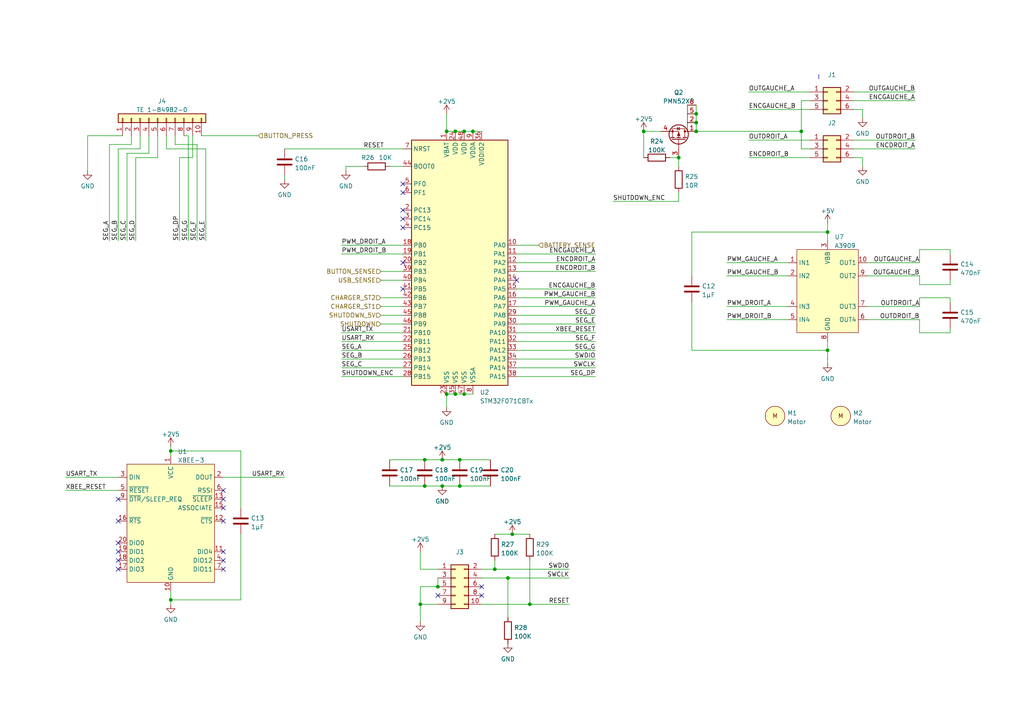
<source format=kicad_sch>
(kicad_sch (version 20211123) (generator eeschema)
  (paper "A4")
  (title_block (title "CPU + Com + Motors") (date "2022-06-08") (rev "1.0") (company "INSA - GEI"))
  (lib_symbols
    (symbol "Connector_Generic:Conn_01x10" (pin_names (offset 1.016) hide)
      (property "Reference" "J" (at 0 12.7 0))
      (property "Value" "Conn_01x10" (at 0 -15.24 0))
      (symbol "Conn_01x10_1_1"
        (rectangle (start -1.27 -12.573) (end 0 -12.827) (stroke (width 0.1524)))
        (rectangle (start -1.27 -10.033) (end 0 -10.287) (stroke (width 0.1524)))
        (rectangle (start -1.27 -7.493) (end 0 -7.747) (stroke (width 0.1524)))
        (rectangle (start -1.27 -4.953) (end 0 -5.207) (stroke (width 0.1524)))
        (rectangle (start -1.27 -2.413) (end 0 -2.667) (stroke (width 0.1524)))
        (rectangle (start -1.27 0.127) (end 0 -0.127) (stroke (width 0.1524)))
        (rectangle (start -1.27 2.667) (end 0 2.413) (stroke (width 0.1524)))
        (rectangle (start -1.27 5.207) (end 0 4.953) (stroke (width 0.1524)))
        (rectangle (start -1.27 7.747) (end 0 7.493) (stroke (width 0.1524)))
        (rectangle (start -1.27 10.287) (end 0 10.033) (stroke (width 0.1524)))
        (rectangle (start -1.27 11.43) (end 1.27 -13.97) (stroke (width 0.254)) (fill (type background)))
        (pin passive line (at -5.08 10.16 0) (length 3.81) (name "Pin_1") (number "1"))
        (pin passive line (at -5.08 -12.7 0) (length 3.81) (name "Pin_10") (number "10"))
        (pin passive line (at -5.08 7.62 0) (length 3.81) (name "Pin_2") (number "2"))
        (pin passive line (at -5.08 5.08 0) (length 3.81) (name "Pin_3") (number "3"))
        (pin passive line (at -5.08 2.54 0) (length 3.81) (name "Pin_4") (number "4"))
        (pin passive line (at -5.08 0 0) (length 3.81) (name "Pin_5") (number "5"))
        (pin passive line (at -5.08 -2.54 0) (length 3.81) (name "Pin_6") (number "6"))
        (pin passive line (at -5.08 -5.08 0) (length 3.81) (name "Pin_7") (number "7"))
        (pin passive line (at -5.08 -7.62 0) (length 3.81) (name "Pin_8") (number "8"))
        (pin passive line (at -5.08 -10.16 0) (length 3.81) (name "Pin_9") (number "9"))
      )
    )
    (symbol "Connector_Generic:Conn_02x03_Odd_Even" (pin_names (offset 1.016) hide)
      (property "Reference" "J" (at 1.27 5.08 0))
      (property "Value" "Conn_02x03_Odd_Even" (at 1.27 -5.08 0))
      (symbol "Conn_02x03_Odd_Even_1_1"
        (rectangle (start -1.27 -2.413) (end 0 -2.667) (stroke (width 0.1524)))
        (rectangle (start -1.27 0.127) (end 0 -0.127) (stroke (width 0.1524)))
        (rectangle (start -1.27 2.667) (end 0 2.413) (stroke (width 0.1524)))
        (rectangle (start -1.27 3.81) (end 3.81 -3.81) (stroke (width 0.254)) (fill (type background)))
        (rectangle (start 3.81 -2.413) (end 2.54 -2.667) (stroke (width 0.1524)))
        (rectangle (start 3.81 0.127) (end 2.54 -0.127) (stroke (width 0.1524)))
        (rectangle (start 3.81 2.667) (end 2.54 2.413) (stroke (width 0.1524)))
        (pin passive line (at -5.08 2.54 0) (length 3.81) (name "Pin_1") (number "1"))
        (pin passive line (at 7.62 2.54 180) (length 3.81) (name "Pin_2") (number "2"))
        (pin passive line (at -5.08 0 0) (length 3.81) (name "Pin_3") (number "3"))
        (pin passive line (at 7.62 0 180) (length 3.81) (name "Pin_4") (number "4"))
        (pin passive line (at -5.08 -2.54 0) (length 3.81) (name "Pin_5") (number "5"))
        (pin passive line (at 7.62 -2.54 180) (length 3.81) (name "Pin_6") (number "6"))
      )
    )
    (symbol "Connector_Generic:Conn_02x05_Odd_Even" (pin_names (offset 1.016) hide)
      (property "Reference" "J" (at 1.27 7.62 0))
      (property "Value" "Conn_02x05_Odd_Even" (at 1.27 -7.62 0))
      (symbol "Conn_02x05_Odd_Even_1_1"
        (rectangle (start -1.27 -4.953) (end 0 -5.207) (stroke (width 0.1524)))
        (rectangle (start -1.27 -2.413) (end 0 -2.667) (stroke (width 0.1524)))
        (rectangle (start -1.27 0.127) (end 0 -0.127) (stroke (width 0.1524)))
        (rectangle (start -1.27 2.667) (end 0 2.413) (stroke (width 0.1524)))
        (rectangle (start -1.27 5.207) (end 0 4.953) (stroke (width 0.1524)))
        (rectangle (start -1.27 6.35) (end 3.81 -6.35) (stroke (width 0.254)) (fill (type background)))
        (rectangle (start 3.81 -4.953) (end 2.54 -5.207) (stroke (width 0.1524)))
        (rectangle (start 3.81 -2.413) (end 2.54 -2.667) (stroke (width 0.1524)))
        (rectangle (start 3.81 0.127) (end 2.54 -0.127) (stroke (width 0.1524)))
        (rectangle (start 3.81 2.667) (end 2.54 2.413) (stroke (width 0.1524)))
        (rectangle (start 3.81 5.207) (end 2.54 4.953) (stroke (width 0.1524)))
        (pin passive line (at -5.08 5.08 0) (length 3.81) (name "Pin_1") (number "1"))
        (pin passive line (at 7.62 -5.08 180) (length 3.81) (name "Pin_10") (number "10"))
        (pin passive line (at 7.62 5.08 180) (length 3.81) (name "Pin_2") (number "2"))
        (pin passive line (at -5.08 2.54 0) (length 3.81) (name "Pin_3") (number "3"))
        (pin passive line (at 7.62 2.54 180) (length 3.81) (name "Pin_4") (number "4"))
        (pin passive line (at -5.08 0 0) (length 3.81) (name "Pin_5") (number "5"))
        (pin passive line (at 7.62 0 180) (length 3.81) (name "Pin_6") (number "6"))
        (pin passive line (at -5.08 -2.54 0) (length 3.81) (name "Pin_7") (number "7"))
        (pin passive line (at 7.62 -2.54 180) (length 3.81) (name "Pin_8") (number "8"))
        (pin passive line (at -5.08 -5.08 0) (length 3.81) (name "Pin_9") (number "9"))
      )
    )
    (symbol "Device:C" (pin_numbers hide) (pin_names (offset 0.254))
      (property "Reference" "C" (at 0.635 2.54 0))
      (property "Value" "C" (at 0.635 -2.54 0))
      (symbol "C_0_1"
        (polyline (pts (xy -2.032 -0.762) (xy 2.032 -0.762)) (stroke (width 0.508)))
        (polyline (pts (xy -2.032 0.762) (xy 2.032 0.762)) (stroke (width 0.508)))
      )
      (symbol "C_1_1"
        (pin passive line (at 0 3.81 270) (length 2.794) (name "~") (number "1"))
        (pin passive line (at 0 -3.81 90) (length 2.794) (name "~") (number "2"))
      )
    )
    (symbol "Device:R" (pin_numbers hide) (pin_names (offset 0))
      (property "Reference" "R" (at 2.032 0 90))
      (property "Value" "R" (at 0 0 90))
      (symbol "R_0_1"
        (rectangle (start -1.016 -2.54) (end 1.016 2.54) (stroke (width 0.254)))
      )
      (symbol "R_1_1"
        (pin passive line (at 0 3.81 270) (length 1.27) (name "~") (number "1"))
        (pin passive line (at 0 -3.81 90) (length 1.27) (name "~") (number "2"))
      )
    )
    (symbol "Insa:A3909"
      (property "Reference" "U" (at -7.62 15.24 0))
      (property "Value" "A3909" (at 6.35 -13.97 0))
      (symbol "A3909_0_1"
        (rectangle (start -8.89 12.7) (end 8.89 -11.43) (stroke (width 0.1524)) (fill (type background)))
        (rectangle (start 0 -19.05) (end 0 -19.05) (stroke (width 0.1524)))
        (rectangle (start 0 -19.05) (end 0 -19.05) (stroke (width 0.1524)))
        (rectangle (start 0 -19.05) (end 0 -19.05) (stroke (width 0.1524)))
        (rectangle (start 0 -19.05) (end 0 -19.05) (stroke (width 0.1524)))
      )
      (symbol "A3909_1_1"
        (pin input line (at -11.43 8.89 0) (length 2.54) (name "IN1") (number "1"))
        (pin output line (at 11.43 8.89 180) (length 2.54) (name "OUT1") (number "10"))
        (pin input line (at -11.43 5.08 0) (length 2.54) (name "IN2") (number "2"))
        (pin power_in line (at 0 15.24 270) (length 2.54) (name "VBB") (number "3"))
        (pin input line (at -11.43 -3.81 0) (length 2.54) (name "IN3") (number "4"))
        (pin input line (at -11.43 -7.62 0) (length 2.54) (name "IN4") (number "5"))
        (pin output line (at 11.43 -7.62 180) (length 2.54) (name "OUT4") (number "6"))
        (pin output line (at 11.43 -3.81 180) (length 2.54) (name "OUT3") (number "7"))
        (pin power_in line (at 0 -13.97 90) (length 2.54) (name "GND") (number "8"))
        (pin output line (at 11.43 5.08 180) (length 2.54) (name "OUT2") (number "9"))
      )
    )
    (symbol "Insa:Motor"
      (property "Reference" "M" (at 0 3.81 0))
      (property "Value" "Motor" (at 0 -5.08 0))
      (symbol "Motor_0_0"
        (text "M" (at 0 0 0) (effects (font (size 1.27 1.27))))
      )
      (symbol "Motor_0_1"
        (circle (center 0 0) (radius 2.8398) (stroke (width 0.1524)) (fill (type background)))
      )
    )
    (symbol "Insa:PMN52XP" (pin_names (offset 0) hide)
      (property "Reference" "Q" (at 5.08 1.27 0))
      (property "Value" "PMN52XP" (at 5.08 -1.27 0))
      (symbol "PMN52XP_0_1"
        (polyline (pts (xy 0.254 0) (xy -2.54 0)))
        (polyline (pts (xy 0.254 1.905) (xy 0.254 -1.905)) (stroke (width 0.254)))
        (polyline (pts (xy 0.762 -1.27) (xy 0.762 -2.286)) (stroke (width 0.254)))
        (polyline (pts (xy 0.762 0.508) (xy 0.762 -0.508)) (stroke (width 0.254)))
        (polyline (pts (xy 0.762 2.286) (xy 0.762 1.27)) (stroke (width 0.254)))
        (polyline (pts (xy 10.16 2.54) (xy 5.08 2.54)) (stroke (width 0.1524)))
        (polyline (pts (xy 2.54 -2.54) (xy 2.54 0) (xy 0.762 0)))
        (polyline (pts (xy 5.08 2.54) (xy 2.54 2.54) (xy 2.54 1.778)))
        (polyline (pts (xy 0.762 1.778) (xy 3.302 1.778) (xy 3.302 -1.778) (xy 0.762 -1.778)))
        (polyline (pts (xy 2.286 0) (xy 1.27 0.381) (xy 1.27 -0.381) (xy 2.286 0)) (fill (type outline)))
        (polyline (pts (xy 2.794 -0.508) (xy 2.921 -0.381) (xy 3.683 -0.381) (xy 3.81 -0.254)))
        (polyline (pts (xy 3.302 -0.381) (xy 2.921 0.254) (xy 3.683 0.254) (xy 3.302 -0.381)))
        (circle (center 1.651 0) (radius 2.794) (stroke (width 0.254)))
        (circle (center 2.54 -1.778) (radius 0.254) (fill (type outline)))
        (circle (center 2.54 1.778) (radius 0.254) (fill (type outline)))
      )
      (symbol "PMN52XP_1_1"
        (pin passive line (at 2.54 5.08 270) (length 2.54) (name "D") (number "1"))
        (pin passive line (at 5.08 5.08 270) (length 2.54) (name "D") (number "2"))
        (pin input line (at -5.08 0 0) (length 2.54) (name "G") (number "3"))
        (pin passive line (at 2.54 -5.08 90) (length 2.54) (name "S") (number "4"))
        (pin passive line (at 7.62 5.08 270) (length 2.54) (name "D") (number "5"))
        (pin passive line (at 10.16 5.08 270) (length 2.54) (name "D") (number "6"))
      )
    )
    (symbol "Insa:XBEE-3"
      (property "Reference" "U" (at -21.59 -17.78 0))
      (property "Value" "XBEE-3" (at -21.59 -17.78 0))
      (symbol "XBEE-3_0_1"
        (rectangle (start -12.7 36.83) (end 12.7 2.54) (stroke (width 0.1524)) (fill (type background)))
      )
      (symbol "XBEE-3_1_1"
        (pin power_in line (at 0 39.37 270) (length 2.54) (name "VCC") (number "1"))
        (pin power_in line (at 0 0 90) (length 2.54) (name "GND") (number "10"))
        (pin bidirectional line (at 15.24 11.43 180) (length 2.54) (name "DIO4") (number "11"))
        (pin output line (at 15.24 20.32 180) (length 2.54) (name "~{CTS}") (number "12"))
        (pin output line (at 15.24 26.67 180) (length 2.54) (name "~{SLEEP}") (number "13"))
        (pin output line (at 15.24 24.13 180) (length 2.54) (name "ASSOCIATE") (number "15"))
        (pin input line (at -15.24 20.32 0) (length 2.54) (name "~{RTS}") (number "16"))
        (pin bidirectional line (at -15.24 6.35 0) (length 2.54) (name "DIO3") (number "17"))
        (pin bidirectional line (at -15.24 8.89 0) (length 2.54) (name "DIO2") (number "18"))
        (pin bidirectional line (at -15.24 11.43 0) (length 2.54) (name "DIO1") (number "19"))
        (pin output line (at 15.24 33.02 180) (length 2.54) (name "DOUT") (number "2"))
        (pin bidirectional line (at -15.24 13.97 0) (length 2.54) (name "DIO0") (number "20"))
        (pin input line (at -15.24 33.02 0) (length 2.54) (name "DIN") (number "3"))
        (pin bidirectional line (at 15.24 8.89 180) (length 2.54) (name "DIO12") (number "4"))
        (pin input line (at -15.24 29.21 0) (length 2.54) (name "~{RESET}") (number "5"))
        (pin output line (at 15.24 29.21 180) (length 2.54) (name "RSSI") (number "6"))
        (pin bidirectional line (at 15.24 6.35 180) (length 2.54) (name "DIO11") (number "7"))
        (pin input line (at -15.24 26.67 0) (length 2.54) (name "~{DTR}/SLEEP_REQ") (number "9"))
      )
    )
    (symbol "MCU_ST_STM32F0:STM32F071CBTx"
      (property "Reference" "U" (at -15.24 36.83 0))
      (property "Value" "STM32F071CBTx" (at 7.62 36.83 0))
      (symbol "STM32F071CBTx_0_1"
        (rectangle (start -15.24 -35.56) (end 12.7 35.56) (stroke (width 0.254)) (fill (type background)))
      )
      (symbol "STM32F071CBTx_1_1"
        (pin power_in line (at -5.08 38.1 270) (length 2.54) (name "VBAT") (number "1"))
        (pin bidirectional line (at 15.24 5.08 180) (length 2.54) (name "PA0") (number "10"))
        (pin bidirectional line (at 15.24 2.54 180) (length 2.54) (name "PA1") (number "11"))
        (pin bidirectional line (at 15.24 0 180) (length 2.54) (name "PA2") (number "12"))
        (pin bidirectional line (at 15.24 -2.54 180) (length 2.54) (name "PA3") (number "13"))
        (pin bidirectional line (at 15.24 -5.08 180) (length 2.54) (name "PA4") (number "14"))
        (pin bidirectional line (at 15.24 -7.62 180) (length 2.54) (name "PA5") (number "15"))
        (pin bidirectional line (at 15.24 -10.16 180) (length 2.54) (name "PA6") (number "16"))
        (pin bidirectional line (at 15.24 -12.7 180) (length 2.54) (name "PA7") (number "17"))
        (pin bidirectional line (at -17.78 5.08 0) (length 2.54) (name "PB0") (number "18"))
        (pin bidirectional line (at -17.78 2.54 0) (length 2.54) (name "PB1") (number "19"))
        (pin bidirectional line (at -17.78 15.24 0) (length 2.54) (name "PC13") (number "2"))
        (pin bidirectional line (at -17.78 0 0) (length 2.54) (name "PB2") (number "20"))
        (pin bidirectional line (at -17.78 -20.32 0) (length 2.54) (name "PB10") (number "21"))
        (pin bidirectional line (at -17.78 -22.86 0) (length 2.54) (name "PB11") (number "22"))
        (pin power_in line (at -5.08 -38.1 90) (length 2.54) (name "VSS") (number "23"))
        (pin power_in line (at -2.54 38.1 270) (length 2.54) (name "VDD") (number "24"))
        (pin bidirectional line (at -17.78 -25.4 0) (length 2.54) (name "PB12") (number "25"))
        (pin bidirectional line (at -17.78 -27.94 0) (length 2.54) (name "PB13") (number "26"))
        (pin bidirectional line (at -17.78 -30.48 0) (length 2.54) (name "PB14") (number "27"))
        (pin bidirectional line (at -17.78 -33.02 0) (length 2.54) (name "PB15") (number "28"))
        (pin bidirectional line (at 15.24 -15.24 180) (length 2.54) (name "PA8") (number "29"))
        (pin bidirectional line (at -17.78 12.7 0) (length 2.54) (name "PC14") (number "3"))
        (pin bidirectional line (at 15.24 -17.78 180) (length 2.54) (name "PA9") (number "30"))
        (pin bidirectional line (at 15.24 -20.32 180) (length 2.54) (name "PA10") (number "31"))
        (pin bidirectional line (at 15.24 -22.86 180) (length 2.54) (name "PA11") (number "32"))
        (pin bidirectional line (at 15.24 -25.4 180) (length 2.54) (name "PA12") (number "33"))
        (pin bidirectional line (at 15.24 -27.94 180) (length 2.54) (name "PA13") (number "34"))
        (pin power_in line (at -2.54 -38.1 90) (length 2.54) (name "VSS") (number "35"))
        (pin power_in line (at 5.08 38.1 270) (length 2.54) (name "VDDIO2") (number "36"))
        (pin bidirectional line (at 15.24 -30.48 180) (length 2.54) (name "PA14") (number "37"))
        (pin bidirectional line (at 15.24 -33.02 180) (length 2.54) (name "PA15") (number "38"))
        (pin bidirectional line (at -17.78 -2.54 0) (length 2.54) (name "PB3") (number "39"))
        (pin bidirectional line (at -17.78 10.16 0) (length 2.54) (name "PC15") (number "4"))
        (pin bidirectional line (at -17.78 -5.08 0) (length 2.54) (name "PB4") (number "40"))
        (pin bidirectional line (at -17.78 -7.62 0) (length 2.54) (name "PB5") (number "41"))
        (pin bidirectional line (at -17.78 -10.16 0) (length 2.54) (name "PB6") (number "42"))
        (pin bidirectional line (at -17.78 -12.7 0) (length 2.54) (name "PB7") (number "43"))
        (pin input line (at -17.78 27.94 0) (length 2.54) (name "BOOT0") (number "44"))
        (pin bidirectional line (at -17.78 -15.24 0) (length 2.54) (name "PB8") (number "45"))
        (pin bidirectional line (at -17.78 -17.78 0) (length 2.54) (name "PB9") (number "46"))
        (pin power_in line (at 0 -38.1 90) (length 2.54) (name "VSS") (number "47"))
        (pin power_in line (at 0 38.1 270) (length 2.54) (name "VDD") (number "48"))
        (pin input line (at -17.78 22.86 0) (length 2.54) (name "PF0") (number "5"))
        (pin input line (at -17.78 20.32 0) (length 2.54) (name "PF1") (number "6"))
        (pin input line (at -17.78 33.02 0) (length 2.54) (name "NRST") (number "7"))
        (pin power_in line (at 2.54 -38.1 90) (length 2.54) (name "VSSA") (number "8"))
        (pin power_in line (at 2.54 38.1 270) (length 2.54) (name "VDDA") (number "9"))
      )
    )
    (symbol "power:+2V5" (power) (pin_names (offset 0))
      (property "Value" "+2V5" (at 0 3.556 0))
      (symbol "+2V5_0_1"
        (polyline (pts (xy -0.762 1.27) (xy 0 2.54)))
        (polyline (pts (xy 0 0) (xy 0 2.54)))
        (polyline (pts (xy 0 2.54) (xy 0.762 1.27)))
      )
      (symbol "+2V5_1_1"
        (pin power_in line (at 0 0 90) (length 0) hide (name "+2V5") (number "1"))
      )
    )
    (symbol "power:+5V" (power) (pin_names (offset 0))
      (property "Value" "+5V" (at 0 3.556 0))
      (symbol "+5V_0_1"
        (polyline (pts (xy -0.762 1.27) (xy 0 2.54)))
        (polyline (pts (xy 0 0) (xy 0 2.54)))
        (polyline (pts (xy 0 2.54) (xy 0.762 1.27)))
      )
      (symbol "+5V_1_1"
        (pin power_in line (at 0 0 90) (length 0) hide (name "+5V") (number "1"))
      )
    )
    (symbol "power:GND" (power) (pin_names (offset 0))
      (property "Value" "GND" (at 0 -3.81 0))
      (symbol "GND_0_1"
        (polyline (pts (xy 0 0) (xy 0 -1.27) (xy 1.27 -1.27) (xy 0 -2.54) (xy -1.27 -1.27) (xy 0 -1.27)))
      )
      (symbol "GND_1_1"
        (pin power_in line (at 0 0 270) (length 0) hide (name "GND") (number "1"))
      )
    )
  )
  (junction (at 129.54 38.1))
  (junction (at 128.27 140.97))
  (junction (at 132.08 114.3))
  (junction (at 240.03 101.6))
  (junction (at 201.93 33.02))
  (junction (at 49.53 130.81))
  (junction (at 240.03 67.31))
  (junction (at 201.93 38.1))
  (junction (at 153.67 175.26))
  (junction (at 201.93 35.56))
  (junction (at 49.53 173.99))
  (junction (at 123.19 140.97))
  (junction (at 186.69 38.1))
  (junction (at 127 170.18))
  (junction (at 196.85 45.72))
  (junction (at 147.32 167.64))
  (junction (at 143.51 165.1))
  (junction (at 137.16 38.1))
  (junction (at 232.41 38.1))
  (junction (at 134.62 114.3))
  (junction (at 148.59 154.94))
  (junction (at 132.08 38.1))
  (junction (at 134.62 38.1))
  (junction (at 133.35 133.35))
  (junction (at 133.35 140.97))
  (junction (at 128.27 133.35))
  (junction (at 129.54 114.3))
  (junction (at 121.92 175.26))
  (junction (at 123.19 133.35))
  (no_connect (at 116.84 66.04))
  (no_connect (at 149.86 81.28))
  (no_connect (at 116.84 83.82))
  (no_connect (at 116.84 76.2))
  (no_connect (at 116.84 60.96))
  (no_connect (at 116.84 63.5))
  (no_connect (at 116.84 55.88))
  (no_connect (at 116.84 53.34))
  (no_connect (at 34.29 144.78))
  (no_connect (at 64.77 151.13))
  (no_connect (at 64.77 160.02))
  (no_connect (at 64.77 162.56))
  (no_connect (at 64.77 165.1))
  (no_connect (at 64.77 142.24))
  (no_connect (at 64.77 144.78))
  (no_connect (at 64.77 147.32))
  (no_connect (at 34.29 165.1))
  (no_connect (at 34.29 162.56))
  (no_connect (at 34.29 160.02))
  (no_connect (at 34.29 157.48))
  (no_connect (at 34.29 151.13))
  (no_connect (at 127 172.72))
  (no_connect (at 139.7 172.72))
  (no_connect (at 139.7 170.18))
  (wire (pts (xy 250.19 31.75) (xy 250.19 34.29)))
  (wire (pts (xy 275.59 82.55) (xy 275.59 81.28)))
  (wire (pts (xy 200.66 67.31) (xy 240.03 67.31)))
  (wire (pts (xy 43.18 44.45) (xy 43.18 39.37)))
  (wire (pts (xy 39.37 45.72) (xy 39.37 69.85)))
  (wire (pts (xy 99.06 71.12) (xy 116.84 71.12)))
  (wire (pts (xy 232.41 43.18) (xy 234.95 43.18)))
  (wire (pts (xy 251.46 88.9) (xy 266.7 88.9)))
  (wire (pts (xy 201.93 35.56) (xy 201.93 38.1)))
  (wire (pts (xy 201.93 30.48) (xy 201.93 33.02)))
  (wire (pts (xy 266.7 88.9) (xy 266.7 86.36)))
  (wire (pts (xy 35.56 39.37) (xy 25.4 39.37)))
  (wire (pts (xy 129.54 114.3) (xy 129.54 118.11)))
  (wire (pts (xy 127 170.18) (xy 121.92 170.18)))
  (wire (pts (xy 247.65 31.75) (xy 250.19 31.75)))
  (wire (pts (xy 121.92 175.26) (xy 121.92 180.34)))
  (wire (pts (xy 113.03 133.35) (xy 123.19 133.35)))
  (wire (pts (xy 82.55 50.8) (xy 82.55 52.07)))
  (wire (pts (xy 132.08 114.3) (xy 134.62 114.3)))
  (wire (pts (xy 128.27 133.35) (xy 133.35 133.35)))
  (wire (pts (xy 19.05 142.24) (xy 34.29 142.24)))
  (wire (pts (xy 99.06 106.68) (xy 116.84 106.68)))
  (wire (pts (xy 149.86 109.22) (xy 172.72 109.22)))
  (wire (pts (xy 232.41 38.1) (xy 232.41 43.18)))
  (wire (pts (xy 247.65 40.64) (xy 265.43 40.64)))
  (wire (pts (xy 52.07 45.72) (xy 52.07 69.85)))
  (wire (pts (xy 200.66 80.01) (xy 200.66 67.31)))
  (wire (pts (xy 149.86 78.74) (xy 172.72 78.74)))
  (wire (pts (xy 64.77 138.43) (xy 82.55 138.43)))
  (wire (pts (xy 69.85 130.81) (xy 69.85 147.32)))
  (wire (pts (xy 99.06 104.14) (xy 116.84 104.14)))
  (wire (pts (xy 217.17 45.72) (xy 234.95 45.72)))
  (wire (pts (xy 196.85 55.88) (xy 196.85 58.42)))
  (wire (pts (xy 132.08 38.1) (xy 134.62 38.1)))
  (wire (pts (xy 149.86 83.82) (xy 172.72 83.82)))
  (wire (pts (xy 36.83 44.45) (xy 36.83 69.85)))
  (wire (pts (xy 34.29 43.18) (xy 40.64 43.18)))
  (wire (pts (xy 266.7 92.71) (xy 266.7 96.52)))
  (wire (pts (xy 275.59 72.39) (xy 275.59 73.66)))
  (wire (pts (xy 275.59 95.25) (xy 275.59 96.52)))
  (wire (pts (xy 49.53 173.99) (xy 69.85 173.99)))
  (wire (pts (xy 210.82 80.01) (xy 228.6 80.01)))
  (wire (pts (xy 148.59 154.94) (xy 153.67 154.94)))
  (wire (pts (xy 133.35 133.35) (xy 142.24 133.35)))
  (wire (pts (xy 54.61 39.37) (xy 54.61 69.85)))
  (wire (pts (xy 110.49 91.44) (xy 116.84 91.44)))
  (wire (pts (xy 129.54 33.02) (xy 129.54 38.1)))
  (wire (pts (xy 127 167.64) (xy 127 170.18)))
  (wire (pts (xy 210.82 88.9) (xy 228.6 88.9)))
  (wire (pts (xy 149.86 88.9) (xy 172.72 88.9)))
  (wire (pts (xy 153.67 175.26) (xy 165.1 175.26)))
  (wire (pts (xy 200.66 87.63) (xy 200.66 101.6)))
  (wire (pts (xy 266.7 80.01) (xy 266.7 82.55)))
  (wire (pts (xy 240.03 99.06) (xy 240.03 101.6)))
  (wire (pts (xy 149.86 96.52) (xy 172.72 96.52)))
  (wire (pts (xy 217.17 40.64) (xy 234.95 40.64)))
  (wire (pts (xy 240.03 64.77) (xy 240.03 67.31)))
  (wire (pts (xy 201.93 33.02) (xy 201.93 35.56)))
  (wire (pts (xy 232.41 29.21) (xy 232.41 38.1)))
  (wire (pts (xy 99.06 96.52) (xy 116.84 96.52)))
  (wire (pts (xy 149.86 71.12) (xy 156.21 71.12)))
  (wire (pts (xy 149.86 104.14) (xy 172.72 104.14)))
  (wire (pts (xy 110.49 81.28) (xy 116.84 81.28)))
  (wire (pts (xy 69.85 154.94) (xy 69.85 173.99)))
  (wire (pts (xy 99.06 101.6) (xy 116.84 101.6)))
  (wire (pts (xy 128.27 140.97) (xy 133.35 140.97)))
  (wire (pts (xy 139.7 165.1) (xy 143.51 165.1)))
  (wire (pts (xy 129.54 114.3) (xy 132.08 114.3)))
  (wire (pts (xy 247.65 26.67) (xy 265.43 26.67)))
  (wire (pts (xy 31.75 41.91) (xy 38.1 41.91)))
  (wire (pts (xy 147.32 167.64) (xy 147.32 179.07)))
  (wire (pts (xy 210.82 92.71) (xy 228.6 92.71)))
  (wire (pts (xy 113.03 140.97) (xy 123.19 140.97)))
  (wire (pts (xy 55.88 39.37) (xy 55.88 45.72)))
  (wire (pts (xy 247.65 45.72) (xy 250.19 45.72)))
  (wire (pts (xy 121.92 170.18) (xy 121.92 175.26)))
  (wire (pts (xy 34.29 43.18) (xy 34.29 69.85)))
  (wire (pts (xy 149.86 101.6) (xy 172.72 101.6)))
  (wire (pts (xy 49.53 173.99) (xy 49.53 175.26)))
  (polyline (pts (xy 237.49 21.59) (xy 237.49 22.86)))
  (wire (pts (xy 99.06 73.66) (xy 116.84 73.66)))
  (wire (pts (xy 139.7 175.26) (xy 153.67 175.26)))
  (wire (pts (xy 275.59 86.36) (xy 275.59 87.63)))
  (wire (pts (xy 110.49 88.9) (xy 116.84 88.9)))
  (wire (pts (xy 99.06 109.22) (xy 116.84 109.22)))
  (wire (pts (xy 217.17 26.67) (xy 234.95 26.67)))
  (wire (pts (xy 143.51 162.56) (xy 143.51 165.1)))
  (wire (pts (xy 250.19 45.72) (xy 250.19 48.26)))
  (wire (pts (xy 38.1 41.91) (xy 38.1 39.37)))
  (wire (pts (xy 57.15 41.91) (xy 50.8 41.91)))
  (wire (pts (xy 149.86 86.36) (xy 172.72 86.36)))
  (wire (pts (xy 40.64 43.18) (xy 40.64 39.37)))
  (wire (pts (xy 240.03 67.31) (xy 240.03 69.85)))
  (wire (pts (xy 49.53 171.45) (xy 49.53 173.99)))
  (wire (pts (xy 251.46 76.2) (xy 266.7 76.2)))
  (wire (pts (xy 110.49 86.36) (xy 116.84 86.36)))
  (wire (pts (xy 194.31 45.72) (xy 196.85 45.72)))
  (wire (pts (xy 247.65 43.18) (xy 265.43 43.18)))
  (wire (pts (xy 217.17 31.75) (xy 234.95 31.75)))
  (wire (pts (xy 129.54 38.1) (xy 132.08 38.1)))
  (wire (pts (xy 49.53 129.54) (xy 49.53 130.81)))
  (wire (pts (xy 19.05 138.43) (xy 34.29 138.43)))
  (wire (pts (xy 149.86 93.98) (xy 172.72 93.98)))
  (wire (pts (xy 82.55 43.18) (xy 116.84 43.18)))
  (wire (pts (xy 143.51 154.94) (xy 148.59 154.94)))
  (wire (pts (xy 39.37 45.72) (xy 45.72 45.72)))
  (wire (pts (xy 52.07 45.72) (xy 55.88 45.72)))
  (wire (pts (xy 57.15 41.91) (xy 57.15 69.85)))
  (wire (pts (xy 48.26 39.37) (xy 48.26 43.18)))
  (wire (pts (xy 31.75 41.91) (xy 31.75 69.85)))
  (wire (pts (xy 240.03 101.6) (xy 240.03 105.41)))
  (wire (pts (xy 143.51 165.1) (xy 165.1 165.1)))
  (wire (pts (xy 123.19 133.35) (xy 128.27 133.35)))
  (wire (pts (xy 59.69 43.18) (xy 59.69 69.85)))
  (wire (pts (xy 186.69 45.72) (xy 186.69 38.1)))
  (wire (pts (xy 153.67 162.56) (xy 153.67 175.26)))
  (wire (pts (xy 149.86 76.2) (xy 172.72 76.2)))
  (wire (pts (xy 134.62 38.1) (xy 137.16 38.1)))
  (wire (pts (xy 201.93 38.1) (xy 232.41 38.1)))
  (wire (pts (xy 210.82 76.2) (xy 228.6 76.2)))
  (wire (pts (xy 266.7 96.52) (xy 275.59 96.52)))
  (wire (pts (xy 266.7 82.55) (xy 275.59 82.55)))
  (wire (pts (xy 100.33 48.26) (xy 100.33 49.53)))
  (wire (pts (xy 266.7 76.2) (xy 266.7 72.39)))
  (wire (pts (xy 200.66 101.6) (xy 240.03 101.6)))
  (wire (pts (xy 59.69 43.18) (xy 48.26 43.18)))
  (wire (pts (xy 49.53 130.81) (xy 69.85 130.81)))
  (wire (pts (xy 25.4 39.37) (xy 25.4 49.53)))
  (wire (pts (xy 147.32 167.64) (xy 165.1 167.64)))
  (wire (pts (xy 50.8 39.37) (xy 50.8 41.91)))
  (wire (pts (xy 266.7 86.36) (xy 275.59 86.36)))
  (wire (pts (xy 36.83 44.45) (xy 43.18 44.45)))
  (wire (pts (xy 110.49 93.98) (xy 116.84 93.98)))
  (wire (pts (xy 54.61 39.37) (xy 53.34 39.37)))
  (wire (pts (xy 99.06 99.06) (xy 116.84 99.06)))
  (wire (pts (xy 105.41 48.26) (xy 100.33 48.26)))
  (wire (pts (xy 186.69 38.1) (xy 191.77 38.1)))
  (wire (pts (xy 49.53 130.81) (xy 49.53 132.08)))
  (wire (pts (xy 110.49 78.74) (xy 116.84 78.74)))
  (wire (pts (xy 149.86 91.44) (xy 172.72 91.44)))
  (wire (pts (xy 149.86 106.68) (xy 172.72 106.68)))
  (wire (pts (xy 251.46 80.01) (xy 266.7 80.01)))
  (wire (pts (xy 45.72 45.72) (xy 45.72 39.37)))
  (wire (pts (xy 247.65 29.21) (xy 265.43 29.21)))
  (wire (pts (xy 251.46 92.71) (xy 266.7 92.71)))
  (wire (pts (xy 139.7 167.64) (xy 147.32 167.64)))
  (wire (pts (xy 133.35 140.97) (xy 142.24 140.97)))
  (wire (pts (xy 149.86 73.66) (xy 172.72 73.66)))
  (wire (pts (xy 121.92 175.26) (xy 127 175.26)))
  (wire (pts (xy 121.92 160.02) (xy 121.92 165.1)))
  (wire (pts (xy 134.62 114.3) (xy 137.16 114.3)))
  (wire (pts (xy 58.42 39.37) (xy 74.93 39.37)))
  (wire (pts (xy 127 165.1) (xy 121.92 165.1)))
  (wire (pts (xy 266.7 72.39) (xy 275.59 72.39)))
  (wire (pts (xy 123.19 140.97) (xy 128.27 140.97)))
  (wire (pts (xy 137.16 38.1) (xy 139.7 38.1)))
  (wire (pts (xy 113.03 48.26) (xy 116.84 48.26)))
  (wire (pts (xy 196.85 45.72) (xy 196.85 48.26)))
  (wire (pts (xy 177.8 58.42) (xy 196.85 58.42)))
  (wire (pts (xy 232.41 29.21) (xy 234.95 29.21)))
  (wire (pts (xy 149.86 99.06) (xy 172.72 99.06)))
  (label "ENCDROIT_B" (at 172.72 78.74 180))
  (label "USART_TX" (at 19.05 138.43 0))
  (label "SHUTDOWN_ENC" (at 99.06 109.22 0))
  (label "PWM_DROIT_B" (at 210.82 92.71 0))
  (label "SEG_G" (at 172.72 101.6 180))
  (label "SEG_F" (at 57.15 69.85 90))
  (label "SEG_A" (at 31.75 69.85 90))
  (label "PWM_DROIT_A" (at 210.82 88.9 0))
  (label "USART_RX" (at 99.06 99.06 0))
  (label "SEG_DP" (at 172.72 109.22 180))
  (label "SEG_G" (at 54.61 69.85 90))
  (label "PWM_GAUCHE_A" (at 210.82 76.2 0))
  (label "OUTDROIT_A" (at 217.17 40.64 0))
  (label "ENCDROIT_A" (at 265.43 43.18 180))
  (label "ENCDROIT_A" (at 172.72 76.2 180))
  (label "SWCLK" (at 172.72 106.68 180))
  (label "ENCGAUCHE_A" (at 172.72 73.66 180))
  (label "SEG_C" (at 36.83 69.85 90))
  (label "SEG_DP" (at 52.07 69.85 90))
  (label "PWM_DROIT_B" (at 99.06 73.66 0))
  (label "PWM_GAUCHE_B" (at 172.72 86.36 180))
  (label "OUTGAUCHE_B" (at 266.7 80.01 180))
  (label "PWM_GAUCHE_B" (at 210.82 80.01 0))
  (label "OUTGAUCHE_B" (at 265.43 26.67 180))
  (label "PWM_DROIT_A" (at 99.06 71.12 0))
  (label "USART_RX" (at 82.55 138.43 180))
  (label "USART_TX" (at 99.06 96.52 0))
  (label "ENCGAUCHE_B" (at 172.72 83.82 180))
  (label "SWCLK" (at 165.1 167.64 180))
  (label "XBEE_RESET" (at 19.05 142.24 0))
  (label "XBEE_RESET" (at 172.72 96.52 180))
  (label "SEG_E" (at 59.69 69.85 90))
  (label "SHUTDOWN_ENC" (at 177.8 58.42 0))
  (label "ENCDROIT_B" (at 217.17 45.72 0))
  (label "OUTDROIT_B" (at 265.43 40.64 180))
  (label "ENCGAUCHE_B" (at 217.17 31.75 0))
  (label "OUTGAUCHE_A" (at 217.17 26.67 0))
  (label "SEG_B" (at 99.06 104.14 0))
  (label "OUTGAUCHE_A" (at 266.7 76.2 180))
  (label "SWDIO" (at 172.72 104.14 180))
  (label "PWM_GAUCHE_A" (at 172.72 88.9 180))
  (label "OUTDROIT_B" (at 266.7 92.71 180))
  (label "RESET" (at 165.1 175.26 180))
  (label "SEG_A" (at 99.06 101.6 0))
  (label "SEG_C" (at 99.06 106.68 0))
  (label "OUTDROIT_A" (at 266.7 88.9 180))
  (label "SEG_E" (at 172.72 93.98 180))
  (label "SEG_D" (at 172.72 91.44 180))
  (label "SEG_B" (at 34.29 69.85 90))
  (label "ENCGAUCHE_A" (at 265.43 29.21 180))
  (label "SEG_D" (at 39.37 69.85 90))
  (label "SWDIO" (at 165.1 165.1 180))
  (label "RESET" (at 105.41 43.18 0))
  (label "SEG_F" (at 172.72 99.06 180))
  (hierarchical_label "BUTTON_PRESS" (shape input) (at 74.93 39.37 0))
  (hierarchical_label "CHARGER_ST1" (shape input) (at 110.49 88.9 180))
  (hierarchical_label "USB_SENSE" (shape input) (at 110.49 81.28 180))
  (hierarchical_label "SHUTDOWN" (shape input) (at 110.49 93.98 180))
  (hierarchical_label "BATTERY_SENSE" (shape input) (at 156.21 71.12 0))
  (hierarchical_label "BUTTON_SENSE" (shape input) (at 110.49 78.74 180))
  (hierarchical_label "SHUTDOWN_5V" (shape input) (at 110.49 91.44 180))
  (hierarchical_label "CHARGER_ST2" (shape input) (at 110.49 86.36 180))
  (symbol (lib_id "power:GND") (at 100.33 49.53 0) (unit 1)
    (property "Reference" "#PWR030" (effects hide))
    (property "Value" "GND" (at 100.33 53.9734 0))
  )
  (symbol (lib_id "Device:C") (at 275.59 77.47 0) (unit 1)
    (property "Reference" "C14" (at 278.511 76.6353 0) (effects (justify left)))
    (property "Value" "470nF" (at 278.511 79.1722 0) (effects (justify left)))
    (property "Footprint" "Capacitor_SMD:C_0805_2012Metric" (effects hide))
  )
  (symbol (lib_id "power:GND") (at 147.32 186.69 0) (unit 1)
    (property "Reference" "#PWR033" (effects hide))
    (property "Value" "GND" (at 147.32 191.1334 0))
  )
  (symbol (lib_id "power:+2V5") (at 49.53 129.54 0) (unit 1)
    (property "Reference" "#PWR0103" (effects hide))
    (property "Value" "+2V5" (at 49.53 125.9642 0))
  )
  (symbol (lib_id "power:GND") (at 240.03 105.41 0) (unit 1)
    (property "Reference" "#PWR0106" (effects hide))
    (property "Value" "GND" (at 240.03 109.8534 0))
  )
  (symbol (lib_id "power:GND") (at 25.4 49.53 0) (unit 1)
    (property "Reference" "#PWR027" (effects hide))
    (property "Value" "GND" (at 25.4 53.9734 0))
  )
  (symbol (lib_id "Device:C") (at 200.66 83.82 0) (unit 1)
    (property "Reference" "C12" (at 203.581 82.9853 0) (effects (justify left)))
    (property "Value" "1µF" (at 203.581 85.5222 0) (effects (justify left)))
    (property "Footprint" "Capacitor_SMD:C_0805_2012Metric" (effects hide))
  )
  (symbol (lib_id "Device:C") (at 113.03 137.16 0) (unit 1)
    (property "Reference" "C17" (at 115.951 136.3253 0) (effects (justify left)))
    (property "Value" "100nF" (at 115.951 138.8622 0) (effects (justify left)))
    (property "Footprint" "Capacitor_SMD:C_0805_2012Metric" (effects hide))
  )
  (symbol (lib_id "Device:C") (at 275.59 91.44 0) (unit 1)
    (property "Reference" "C15" (at 278.511 90.6053 0) (effects (justify left)))
    (property "Value" "470nF" (at 278.511 93.1422 0) (effects (justify left)))
    (property "Footprint" "Capacitor_SMD:C_0805_2012Metric" (effects hide))
  )
  (symbol (lib_id "power:GND") (at 49.53 175.26 0) (unit 1)
    (property "Reference" "#PWR0101" (effects hide))
    (property "Value" "GND" (at 49.53 179.7034 0))
  )
  (symbol (lib_id "Device:C") (at 69.85 151.13 0) (unit 1)
    (property "Reference" "C13" (at 72.771 150.2953 0) (effects (justify left)))
    (property "Value" "1µF" (at 72.771 152.8322 0) (effects (justify left)))
    (property "Footprint" "Capacitor_SMD:C_0805_2012Metric" (effects hide))
  )
  (symbol (lib_id "power:+5V") (at 240.03 64.77 0) (unit 1)
    (property "Reference" "#PWR024" (effects hide))
    (property "Value" "+5V" (at 240.03 61.1942 0))
  )
  (symbol (lib_id "Device:R") (at 153.67 158.75 0) (unit 1)
    (property "Reference" "R29" (at 155.448 157.9153 0) (effects (justify left)))
    (property "Value" "100K" (at 155.448 160.4522 0) (effects (justify left)))
    (property "Footprint" "Resistor_SMD:R_0805_2012Metric" (effects hide))
  )
  (symbol (lib_id "power:GND") (at 250.19 48.26 0) (unit 1)
    (property "Reference" "#PWR023" (effects hide))
    (property "Value" "GND" (at 250.19 52.7034 0))
  )
  (symbol (lib_id "Device:C") (at 142.24 137.16 0) (unit 1)
    (property "Reference" "C20" (at 145.161 136.3253 0) (effects (justify left)))
    (property "Value" "100nF" (at 145.161 138.8622 0) (effects (justify left)))
    (property "Footprint" "Capacitor_SMD:C_0805_2012Metric" (effects hide))
  )
  (symbol (lib_id "Device:C") (at 82.55 46.99 0) (unit 1)
    (property "Reference" "C16" (at 85.471 46.1553 0) (effects (justify left)))
    (property "Value" "100nF" (at 85.471 48.6922 0) (effects (justify left)))
    (property "Footprint" "Capacitor_SMD:C_0805_2012Metric" (effects hide))
  )
  (symbol (lib_id "power:GND") (at 82.55 52.07 0) (unit 1)
    (property "Reference" "#PWR028" (effects hide))
    (property "Value" "GND" (at 82.55 56.5134 0))
  )
  (symbol (lib_id "power:GND") (at 250.19 34.29 0) (unit 1)
    (property "Reference" "#PWR0104" (effects hide))
    (property "Value" "GND" (at 250.19 38.7334 0))
  )
  (symbol (lib_id "power:+2V5") (at 128.27 133.35 0) (unit 1)
    (property "Reference" "#PWR0109" (effects hide))
    (property "Value" "+2V5" (at 128.27 129.7742 0))
  )
  (symbol (lib_id "power:GND") (at 121.92 180.34 0) (unit 1)
    (property "Reference" "#PWR032" (effects hide))
    (property "Value" "GND" (at 121.92 184.7834 0))
  )
  (symbol (lib_id "Device:R") (at 109.22 48.26 90) (unit 1)
    (property "Reference" "R26" (at 106.68 45.72 90))
    (property "Value" "10K" (at 111.76 45.72 90))
    (property "Footprint" "Resistor_SMD:R_0805_2012Metric" (effects hide))
  )
  (symbol (lib_id "power:+2V5") (at 121.92 160.02 0) (unit 1)
    (property "Reference" "#PWR031" (effects hide))
    (property "Value" "+2V5" (at 121.92 156.4442 0))
  )
  (symbol (lib_id "power:+2V5") (at 148.59 154.94 0) (unit 1)
    (property "Reference" "#PWR034" (effects hide))
    (property "Value" "+2V5" (at 148.59 151.3642 0))
  )
  (symbol (lib_id "Device:C") (at 133.35 137.16 0) (unit 1)
    (property "Reference" "C19" (at 136.271 136.3253 0) (effects (justify left)))
    (property "Value" "100nF" (at 136.271 138.8622 0) (effects (justify left)))
    (property "Footprint" "Capacitor_SMD:C_0805_2012Metric" (effects hide))
  )
  (symbol (lib_id "Insa:XBEE-3") (at 49.53 171.45 0) (unit 1)
    (property "Reference" "U1" (at 51.5494 130.971 0) (effects (justify left)))
    (property "Value" "XBEE-3" (at 51.5494 133.5079 0) (effects (justify left)))
    (property "Footprint" "INSA:XBEE-3-TH" (effects hide))
  )
  (symbol (lib_id "MCU_ST_STM32F0:STM32F071CBTx") (at 134.62 76.2 0) (unit 1)
    (property "Reference" "U2" (at 139.1794 113.7904 0) (effects (justify left)))
    (property "Value" "STM32F071CBTx" (at 139.1794 116.3273 0) (effects (justify left)))
    (property "Footprint" "Package_QFP:LQFP-48_7x7mm_P0.5mm" (effects hide))
    (property "Datasheet" "http://www.st.com/st-web-ui/static/active/en/resource/technical/document/datasheet/DM00098745.pdf" (effects hide))
  )
  (symbol (lib_id "Connector_Generic:Conn_02x03_Odd_Even") (at 240.03 29.21 0) (unit 1)
    (property "Reference" "J1" (at 241.3 21.7002 0))
    (property "Value" "Conn_02x03_Odd_Even" (effects hide))
    (property "Footprint" "Connector_IDC:IDC-Header_2x03_P2.54mm_Vertical" (effects hide))
  )
  (symbol (lib_id "Device:R") (at 190.5 45.72 90) (unit 1)
    (property "Reference" "R24" (at 190.5 41.0042 90))
    (property "Value" "100K" (at 190.5 43.5411 90))
    (property "Footprint" "Resistor_SMD:R_0805_2012Metric" (effects hide))
  )
  (symbol (lib_id "Insa:Motor") (at 224.79 120.65 0) (unit 1)
    (property "Reference" "M1" (at 228.341 119.8153 0) (effects (justify left)))
    (property "Value" "Motor" (at 228.341 122.3522 0) (effects (justify left)))
    (property "Footprint" "INSA:Motor Pololu HPCB with encoder" (effects hide))
  )
  (symbol (lib_id "Insa:PMN52XP") (at 196.85 40.64 270) (mirror x) (unit 1)
    (property "Reference" "Q2" (at 196.85 26.831 90))
    (property "Value" "PMN52XP" (at 196.85 29.3679 90))
    (property "Footprint" "Package_SO:TSOP-6_1.65x3.05mm_P0.95mm" (effects hide))
  )
  (symbol (lib_id "Device:R") (at 147.32 182.88 0) (unit 1)
    (property "Reference" "R28" (at 149.098 182.0453 0) (effects (justify left)))
    (property "Value" "100K" (at 149.098 184.5822 0) (effects (justify left)))
    (property "Footprint" "Resistor_SMD:R_0805_2012Metric" (effects hide))
  )
  (symbol (lib_id "Insa:A3909") (at 240.03 85.09 0) (unit 1)
    (property "Reference" "U7" (at 242.0494 68.741 0) (effects (justify left)))
    (property "Value" "A3909" (at 242.0494 71.2779 0) (effects (justify left)))
    (property "Footprint" "Package_SO:SSOP-10_3.9x4.9mm_P1.00mm" (effects hide))
  )
  (symbol (lib_id "Connector_Generic:Conn_02x03_Odd_Even") (at 240.03 43.18 0) (unit 1)
    (property "Reference" "J2" (at 241.3 35.6702 0))
    (property "Value" "Conn_02x03_Odd_Even" (effects hide))
    (property "Footprint" "Connector_IDC:IDC-Header_2x03_P2.54mm_Vertical" (effects hide))
  )
  (symbol (lib_id "power:GND") (at 129.54 118.11 0) (unit 1)
    (property "Reference" "#PWR0107" (effects hide))
    (property "Value" "GND" (at 129.54 122.5534 0))
  )
  (symbol (lib_id "Device:R") (at 196.85 52.07 0) (unit 1)
    (property "Reference" "R25" (at 198.628 51.2353 0) (effects (justify left)))
    (property "Value" "10R" (at 198.628 53.7722 0) (effects (justify left)))
    (property "Footprint" "Resistor_SMD:R_0805_2012Metric" (effects hide))
  )
  (symbol (lib_id "Connector_Generic:Conn_01x10") (at 45.72 34.29 90) (unit 1)
    (property "Reference" "J4" (at 46.99 29.3202 90))
    (property "Value" "TE 1-84982-0" (at 46.99 31.8571 90))
    (property "Footprint" "INSA:TE 1-84982-0" (effects hide))
  )
  (symbol (lib_id "Device:C") (at 123.19 137.16 0) (unit 1)
    (property "Reference" "C18" (at 126.111 136.3253 0) (effects (justify left)))
    (property "Value" "100nF" (at 126.111 138.8622 0) (effects (justify left)))
    (property "Footprint" "Capacitor_SMD:C_0805_2012Metric" (effects hide))
  )
  (symbol (lib_id "power:+2V5") (at 129.54 33.02 0) (unit 1)
    (property "Reference" "#PWR0108" (effects hide))
    (property "Value" "+2V5" (at 129.54 29.4442 0))
  )
  (symbol (lib_id "Device:R") (at 143.51 158.75 0) (unit 1)
    (property "Reference" "R27" (at 145.288 157.9153 0) (effects (justify left)))
    (property "Value" "100K" (at 145.288 160.4522 0) (effects (justify left)))
    (property "Footprint" "Resistor_SMD:R_0805_2012Metric" (effects hide))
  )
  (symbol (lib_id "power:GND") (at 128.27 140.97 0) (unit 1)
    (property "Reference" "#PWR0105" (effects hide))
    (property "Value" "GND" (at 128.27 145.4134 0))
  )
  (symbol (lib_id "Connector_Generic:Conn_02x05_Odd_Even") (at 132.08 170.18 0) (unit 1)
    (property "Reference" "J3" (at 133.35 160.1302 0))
    (property "Value" "Conn_02x05_Odd_Even" (effects hide))
    (property "Footprint" "Connector_PinHeader_1.27mm:PinHeader_2x05_P1.27mm_Horizontal" (effects hide))
  )
  (symbol (lib_id "Insa:Motor") (at 243.84 120.65 0) (unit 1)
    (property "Reference" "M2" (at 247.391 119.8153 0) (effects (justify left)))
    (property "Value" "Motor" (at 247.391 122.3522 0) (effects (justify left)))
    (property "Footprint" "INSA:Motor Pololu HPCB with encoder" (effects hide))
  )
  (symbol (lib_id "power:+2V5") (at 186.69 38.1 0) (unit 1)
    (property "Reference" "#PWR021" (effects hide))
    (property "Value" "+2V5" (at 186.69 34.5242 0))
  )
)
</source>
